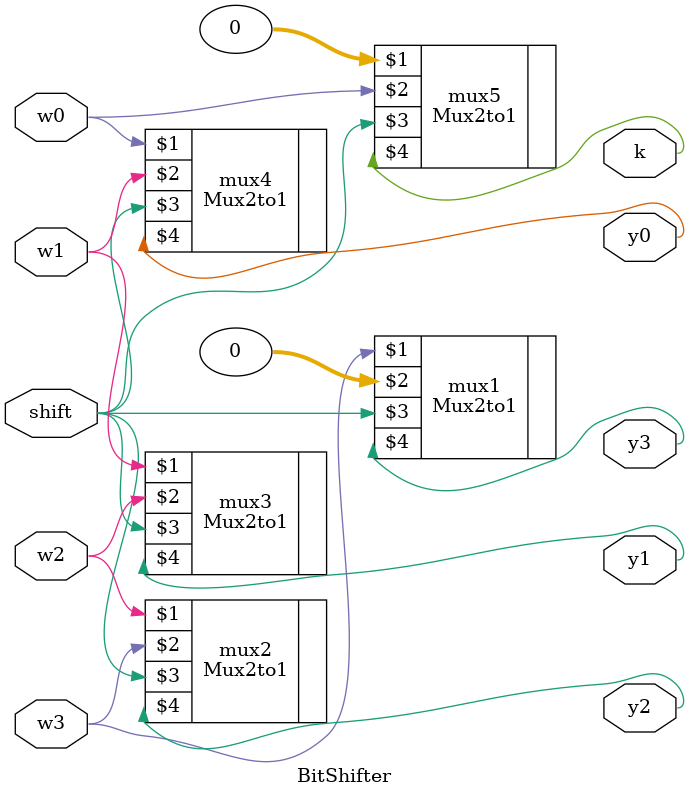
<source format=sv>
`timescale 1ns / 1ps
module BitShifter(
    input shift,w3,w2,w1,w0,
    output y3,y2,y1,y0,k
    );
Mux2to1 mux1(w3,0,shift,y3);
Mux2to1 mux2(w2,w3,shift,y2);
Mux2to1 mux3(w1,w2,shift,y1);
Mux2to1 mux4(w0,w1,shift,y0);
Mux2to1 mux5(0,w0,shift,k);
endmodule

</source>
